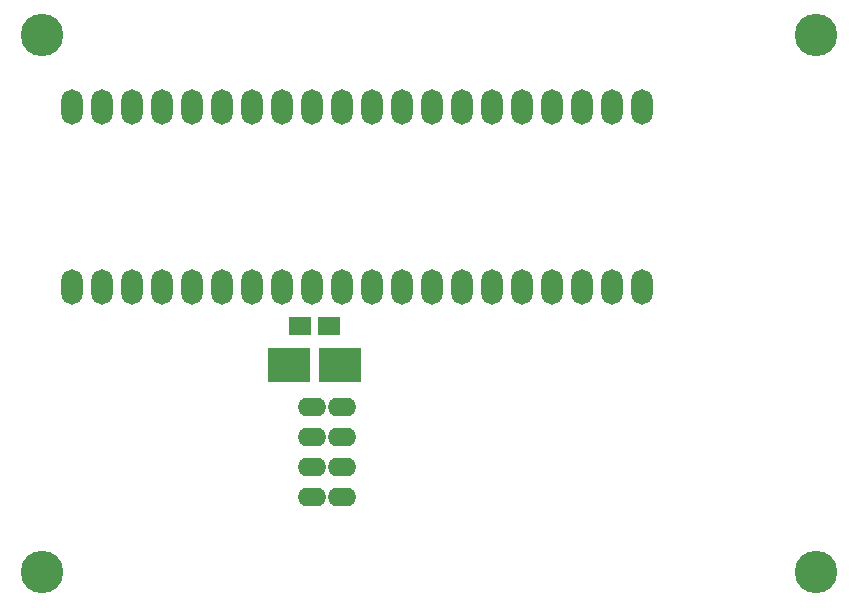
<source format=gbs>
G04 #@! TF.GenerationSoftware,KiCad,Pcbnew,no-vcs-found-5f4599f~59~ubuntu16.04.1*
G04 #@! TF.CreationDate,2017-07-19T09:43:48+03:00*
G04 #@! TF.ProjectId,serial_gw_maple_mini,73657269616C5F67775F6D61706C655F,rev?*
G04 #@! TF.SameCoordinates,Original
G04 #@! TF.FileFunction,Soldermask,Bot*
G04 #@! TF.FilePolarity,Negative*
%FSLAX46Y46*%
G04 Gerber Fmt 4.6, Leading zero omitted, Abs format (unit mm)*
G04 Created by KiCad (PCBNEW no-vcs-found-5f4599f~59~ubuntu16.04.1) date Wed Jul 19 09:43:48 2017*
%MOMM*%
%LPD*%
G01*
G04 APERTURE LIST*
%ADD10O,1.800000X3.000000*%
%ADD11O,2.400000X1.600000*%
%ADD12C,3.600000*%
%ADD13R,3.600000X2.900000*%
%ADD14R,1.900000X1.650000*%
G04 APERTURE END LIST*
D10*
X144780000Y-48260000D03*
X147320000Y-48260000D03*
X149860000Y-48260000D03*
X152400000Y-48260000D03*
X154940000Y-48260000D03*
X157480000Y-48260000D03*
X160020000Y-48260000D03*
X162560000Y-48260000D03*
X165100000Y-48260000D03*
X167640000Y-48260000D03*
X170180000Y-48260000D03*
X172720000Y-48260000D03*
X175260000Y-48260000D03*
X177800000Y-48260000D03*
X180340000Y-48260000D03*
X182880000Y-48260000D03*
X185420000Y-48260000D03*
X187960000Y-48260000D03*
X190500000Y-48260000D03*
X193040000Y-48260000D03*
X193040000Y-63500000D03*
X190500000Y-63500000D03*
X187960000Y-63500000D03*
X185420000Y-63500000D03*
X182880000Y-63500000D03*
X180340000Y-63500000D03*
X177800000Y-63500000D03*
X175260000Y-63500000D03*
X172720000Y-63500000D03*
X170180000Y-63500000D03*
X167640000Y-63500000D03*
X165100000Y-63500000D03*
X162560000Y-63500000D03*
X160020000Y-63500000D03*
X157480000Y-63500000D03*
X154940000Y-63500000D03*
X152400000Y-63500000D03*
X149860000Y-63500000D03*
X147320000Y-63500000D03*
X144780000Y-63500000D03*
D11*
X165100000Y-81280000D03*
X167640000Y-81280000D03*
X165100000Y-78740000D03*
X167640000Y-78740000D03*
X165100000Y-76200000D03*
X167640000Y-76200000D03*
X165100000Y-73660000D03*
X167640000Y-73660000D03*
D12*
X142240000Y-87630000D03*
X207772000Y-87630000D03*
X207772000Y-42164000D03*
X142240000Y-42164000D03*
D13*
X163204000Y-70104000D03*
X167504000Y-70104000D03*
D14*
X164104000Y-66802000D03*
X166604000Y-66802000D03*
M02*

</source>
